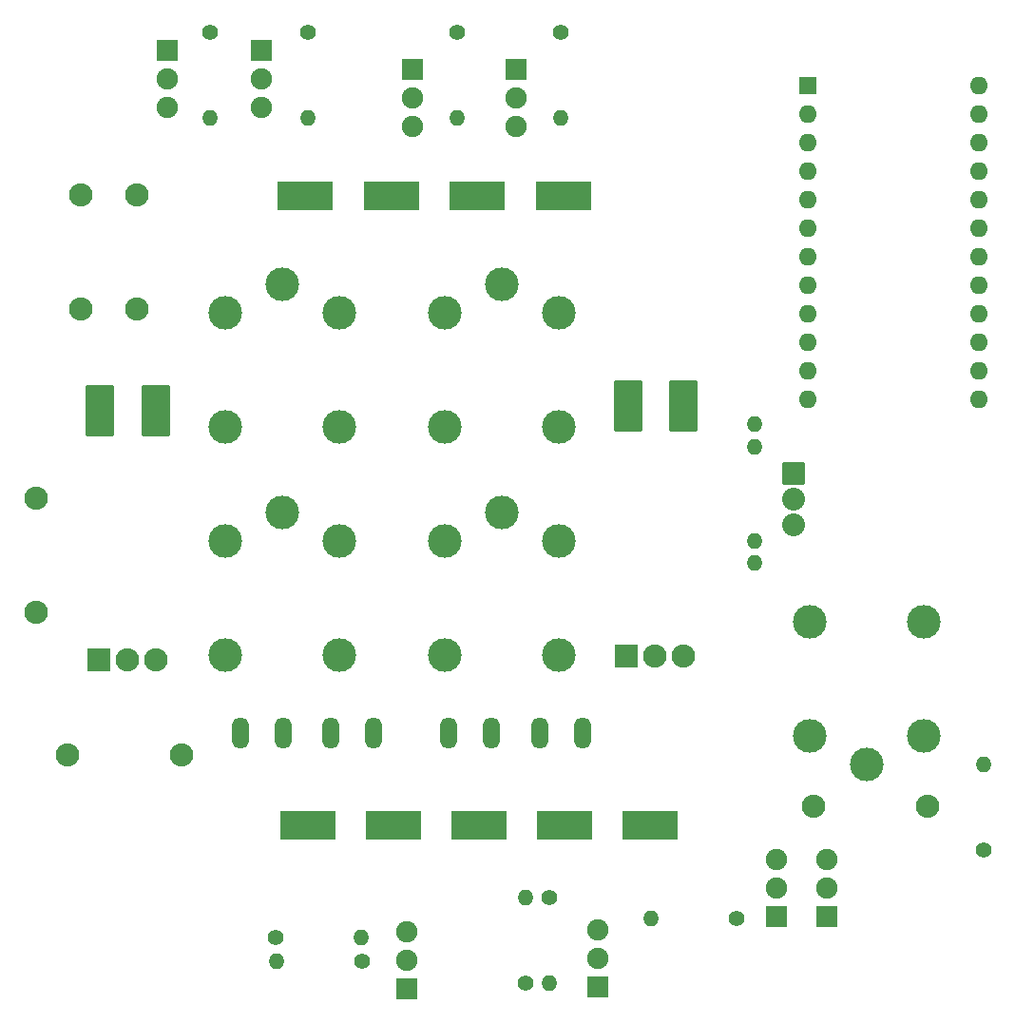
<source format=gbr>
%TF.GenerationSoftware,KiCad,Pcbnew,8.0.8*%
%TF.CreationDate,2025-04-12T15:43:34-04:00*%
%TF.ProjectId,Headlight Controller 1_2,48656164-6c69-4676-9874-20436f6e7472,1.2*%
%TF.SameCoordinates,Original*%
%TF.FileFunction,Soldermask,Top*%
%TF.FilePolarity,Negative*%
%FSLAX46Y46*%
G04 Gerber Fmt 4.6, Leading zero omitted, Abs format (unit mm)*
G04 Created by KiCad (PCBNEW 8.0.8) date 2025-04-12 15:43:34*
%MOMM*%
%LPD*%
G01*
G04 APERTURE LIST*
G04 Aperture macros list*
%AMRoundRect*
0 Rectangle with rounded corners*
0 $1 Rounding radius*
0 $2 $3 $4 $5 $6 $7 $8 $9 X,Y pos of 4 corners*
0 Add a 4 corners polygon primitive as box body*
4,1,4,$2,$3,$4,$5,$6,$7,$8,$9,$2,$3,0*
0 Add four circle primitives for the rounded corners*
1,1,$1+$1,$2,$3*
1,1,$1+$1,$4,$5*
1,1,$1+$1,$6,$7*
1,1,$1+$1,$8,$9*
0 Add four rect primitives between the rounded corners*
20,1,$1+$1,$2,$3,$4,$5,0*
20,1,$1+$1,$4,$5,$6,$7,0*
20,1,$1+$1,$6,$7,$8,$9,0*
20,1,$1+$1,$8,$9,$2,$3,0*%
G04 Aperture macros list end*
%ADD10O,2.082800X2.082800*%
%ADD11R,5.000000X2.500000*%
%ADD12C,1.400000*%
%ADD13O,1.400000X1.400000*%
%ADD14RoundRect,0.102000X-0.850000X-0.850000X0.850000X-0.850000X0.850000X0.850000X-0.850000X0.850000X0*%
%ADD15O,1.904000X1.904000*%
%ADD16C,1.904000*%
%ADD17C,3.000000*%
%ADD18RoundRect,0.050800X-0.965200X0.965200X-0.965200X-0.965200X0.965200X-0.965200X0.965200X0.965200X0*%
%ADD19O,2.032000X2.032000*%
%ADD20C,2.032000*%
%ADD21RoundRect,0.101600X1.190000X-2.142500X1.190000X2.142500X-1.190000X2.142500X-1.190000X-2.142500X0*%
%ADD22RoundRect,0.101600X0.939800X-0.939800X0.939800X0.939800X-0.939800X0.939800X-0.939800X-0.939800X0*%
%ADD23O,1.524000X2.800000*%
%ADD24R,1.600000X1.600000*%
%ADD25O,1.600000X1.600000*%
%ADD26O,1.401600X1.401600*%
%ADD27RoundRect,0.102000X0.850000X0.850000X-0.850000X0.850000X-0.850000X-0.850000X0.850000X-0.850000X0*%
G04 APERTURE END LIST*
D10*
%TO.C,CR1*%
X53000000Y-79380000D03*
X53000000Y-69220000D03*
%TD*%
D11*
%TO.C,J2*%
X68000000Y-69300000D03*
X75666666Y-69300000D03*
X83333332Y-69300000D03*
X91000000Y-69300000D03*
%TD*%
D12*
%TO.C,R7*%
X81554945Y-54690000D03*
D13*
X81554945Y-62310000D03*
%TD*%
D10*
%TO.C,CR3*%
X48000000Y-79380000D03*
X48000000Y-69220000D03*
%TD*%
D14*
%TO.C,Q1*%
X94100000Y-139740000D03*
D15*
X94100000Y-137200000D03*
D16*
X94100000Y-134660000D03*
%TD*%
D17*
%TO.C,K2*%
X65920000Y-97465000D03*
X71000000Y-100005000D03*
X71000000Y-110165000D03*
X60840000Y-110165000D03*
X60840000Y-100005000D03*
%TD*%
D12*
%TO.C,R4*%
X73030000Y-137400000D03*
D13*
X65410000Y-137400000D03*
%TD*%
D12*
%TO.C,R5*%
X59500000Y-54688809D03*
D13*
X59500000Y-62308809D03*
%TD*%
D18*
%TO.C,U1*%
X111525900Y-93977500D03*
D19*
X111525900Y-96263500D03*
D20*
X111525900Y-98549500D03*
%TD*%
D21*
%TO.C,U3*%
X101713000Y-88032000D03*
X96734600Y-88032000D03*
D10*
X101713000Y-110257000D03*
X99173000Y-110257000D03*
D22*
X96633000Y-110257000D03*
%TD*%
D12*
%TO.C,R3*%
X65390000Y-135300000D03*
D13*
X73010000Y-135300000D03*
%TD*%
D11*
%TO.C,J1*%
X98750000Y-125300000D03*
X91125000Y-125300000D03*
X83500000Y-125300000D03*
X75875000Y-125300000D03*
X68250000Y-125300000D03*
%TD*%
D23*
%TO.C,F2*%
X80800000Y-117100000D03*
X84600000Y-117100000D03*
X88900000Y-117100000D03*
X92700000Y-117100000D03*
%TD*%
D12*
%TO.C,R9*%
X128400000Y-127510000D03*
D13*
X128400000Y-119890000D03*
%TD*%
D24*
%TO.C,A1*%
X112790000Y-59460000D03*
D25*
X112790000Y-62000000D03*
X112790000Y-64540000D03*
X112790000Y-67080000D03*
X112790000Y-69620000D03*
X112790000Y-72160000D03*
X112790000Y-74700000D03*
X112790000Y-77240000D03*
X112790000Y-79780000D03*
X112790000Y-82320000D03*
X112790000Y-84860000D03*
X112790000Y-87400000D03*
X128030000Y-87400000D03*
X128030000Y-84860000D03*
X128030000Y-82320000D03*
X128030000Y-79780000D03*
X128030000Y-77240000D03*
X128030000Y-74700000D03*
X128030000Y-72160000D03*
X128030000Y-69620000D03*
X128030000Y-67080000D03*
X128030000Y-64540000D03*
X128030000Y-62000000D03*
X128030000Y-59460000D03*
%TD*%
D26*
%TO.C,C1*%
X108000000Y-91600000D03*
X108000000Y-89600000D03*
%TD*%
D27*
%TO.C,Q3*%
X55670000Y-56360000D03*
D15*
X55670000Y-58900000D03*
D16*
X55670000Y-61440000D03*
%TD*%
D26*
%TO.C,C2*%
X108048133Y-100000000D03*
X108048133Y-102000000D03*
%TD*%
D23*
%TO.C,F1*%
X74100000Y-117100000D03*
X70300000Y-117100000D03*
X66000000Y-117100000D03*
X62200000Y-117100000D03*
%TD*%
D27*
%TO.C,Q4*%
X64119890Y-56360000D03*
D15*
X64119890Y-58900000D03*
D16*
X64119890Y-61440000D03*
%TD*%
D12*
%TO.C,R8*%
X90745055Y-54690000D03*
D13*
X90745055Y-62310000D03*
%TD*%
D17*
%TO.C,K1*%
X65920000Y-77170000D03*
X71000000Y-79710000D03*
X71000000Y-89870000D03*
X60840000Y-89870000D03*
X60840000Y-79710000D03*
%TD*%
D14*
%TO.C,Q7*%
X114490110Y-133440000D03*
D15*
X114490110Y-130900000D03*
D16*
X114490110Y-128360000D03*
%TD*%
D17*
%TO.C,K3*%
X85520000Y-77165000D03*
X90600000Y-79705000D03*
X90600000Y-89865000D03*
X80440000Y-89865000D03*
X80440000Y-79705000D03*
%TD*%
D27*
%TO.C,Q6*%
X86754945Y-58020000D03*
D15*
X86754945Y-60560000D03*
D16*
X86754945Y-63100000D03*
%TD*%
D14*
%TO.C,Q2*%
X77010000Y-139900000D03*
D15*
X77010000Y-137360000D03*
D16*
X77010000Y-134820000D03*
%TD*%
D21*
%TO.C,U2*%
X54650000Y-88383000D03*
X49671600Y-88383000D03*
D10*
X54650000Y-110608000D03*
X52110000Y-110608000D03*
D22*
X49570000Y-110608000D03*
%TD*%
D12*
%TO.C,R6*%
X68210000Y-54688809D03*
D13*
X68210000Y-62308809D03*
%TD*%
D10*
%TO.C,CR4*%
X57000000Y-119100000D03*
X46840000Y-119100000D03*
%TD*%
D14*
%TO.C,Q8*%
X109990110Y-133440000D03*
D15*
X109990110Y-130900000D03*
D16*
X109990110Y-128360000D03*
%TD*%
D17*
%TO.C,K5*%
X118015000Y-119935000D03*
X112935000Y-117395000D03*
X112935000Y-107235000D03*
X123095000Y-107235000D03*
X123095000Y-117395000D03*
%TD*%
D12*
%TO.C,R1*%
X89750000Y-131790000D03*
D13*
X89750000Y-139410000D03*
%TD*%
D27*
%TO.C,Q5*%
X77554945Y-58020000D03*
D15*
X77554945Y-60560000D03*
D16*
X77554945Y-63100000D03*
%TD*%
D10*
%TO.C,CR5*%
X123480000Y-123600000D03*
X113320000Y-123600000D03*
%TD*%
D12*
%TO.C,R2*%
X87600000Y-139410000D03*
D13*
X87600000Y-131790000D03*
%TD*%
D17*
%TO.C,K4*%
X85520000Y-97460000D03*
X90600000Y-100000000D03*
X90600000Y-110160000D03*
X80440000Y-110160000D03*
X80440000Y-100000000D03*
%TD*%
D12*
%TO.C,R10*%
X106410000Y-133600000D03*
D13*
X98790000Y-133600000D03*
%TD*%
D10*
%TO.C,CR2*%
X44000000Y-96220000D03*
X44000000Y-106380000D03*
%TD*%
M02*

</source>
